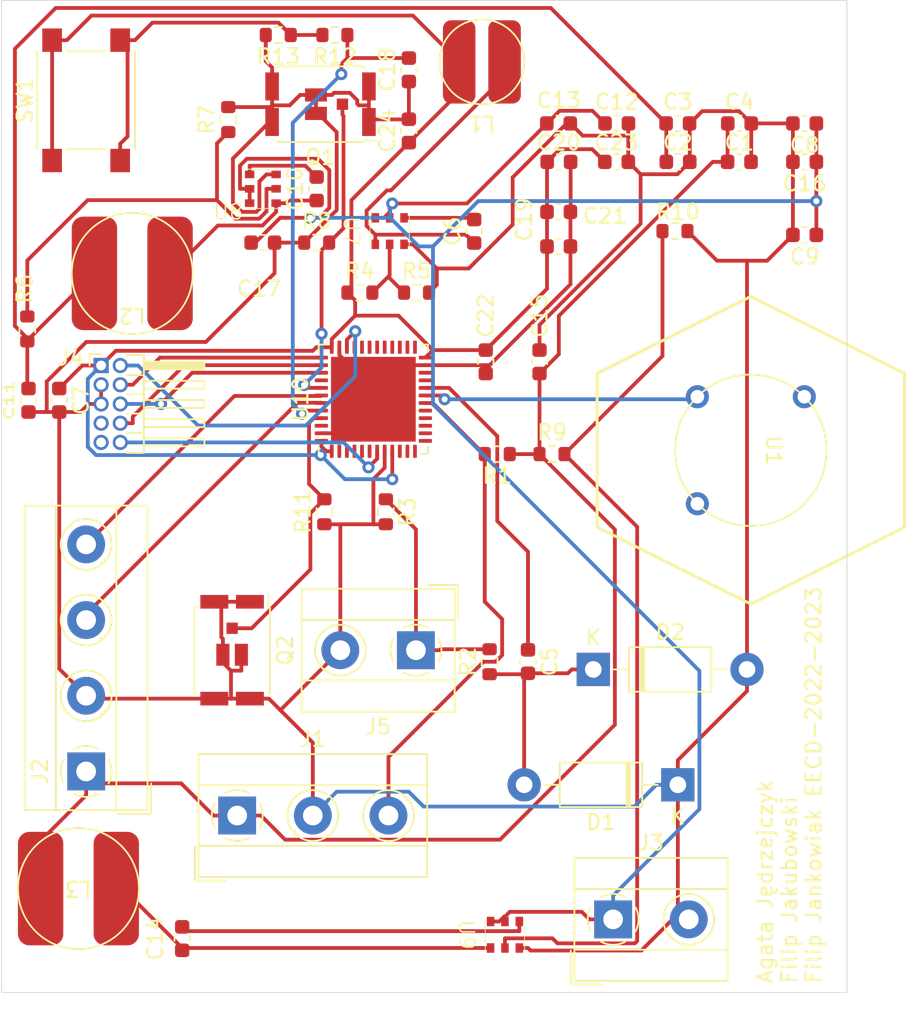
<source format=kicad_pcb>
(kicad_pcb (version 20211014) (generator pcbnew)
  (layers (0 "F.Cu" signal) (31 "B.Cu" signal) (34 "B.Paste" user) (35 "F.Paste" user) (36 "B.SilkS" user "B.Silkscreen") (37 "F.SilkS" user "F.Silkscreen") (38 "B.Mask" user) (39 "F.Mask" user) (44 "Edge.Cuts" user))
  (net 0 "")
  (net 1 "GND12V")
  (net 2 "Net-(C5-Pad2)")
  (net 3 "+5V")
  (net 4 "temper")
  (net 5 "I2C_1_SDA")
  (net 6 "I2C_1_CLK")
  (net 7 "+BATT")
  (net 8 "+3.3V")
  (net 9 "SWDIO")
  (net 10 "SWDLK")
  (net 11 "TDO")
  (net 13 "TDI")
  (net 15 "RST")
  (net 16 "Net-(C6-Pad1)")
  (net 17 "Net-(C10-Pad1)")
  (net 18 "+12V")
  (net 19 "Net-(C14-Pad1)")
  (net 20 "peri_power_1")
  (net 21 "peri_power_2")
  (net 22 "Net-(C6-Pad2)")
  (net 23 "Net-(R4-Pad2)")
  (net 24 "Net-(C10-Pad2)")
  (net 25 "Net-(R6-Pad2)")
  (net 26 "Net-(C14-Pad2)")
  (net 27 "Net-(R10-Pad1)")
  (net 41 "pres")
  (net 42 "acoustic")
  (net 45 "3.3V_GND")
  (net 55 "ch4_B")
  (net 56 "Net-(C18-Pad2)")
  (net 57 "ch4_A")
  (net 58 "Net-(BZ1-Pad1)")
  (net 59 "Net-(R12-Pad2)")
  (net 60 "Net-(U1-Pad1)")
  (net 61 "Net-(U1-Pad3)")
  (footprint "TerminalBlock_MetzConnect:TerminalBlock_MetzConnect_Type055_RT01502HDWU_1x02_P5.00mm_Horizontal" (layer "F.Cu") (at 131.866 145.034)
    (fp_text reference "J3")
    (fp_text value "Screw_Terminal_01x02")
  )
  (footprint "Capacitor_SMD:C_0603_1608Metric" (layer "F.Cu") (at 95.25 110.744 -90)
    (fp_text reference "C7")
    (fp_text value "10uF")
  )
  (footprint "Diode_THT:D_DO-41_SOD81_P10.16mm_Horizontal" (layer "F.Cu") (at 136.144 136.144 180)
    (fp_text reference "D1")
    (fp_text value "1N4004")
  )
  (footprint "Capacitor_SMD:C_0603_1608Metric" (layer "F.Cu") (at 128.283 94.996)
    (fp_text reference "C20")
    (fp_text value "100nF")
  )
  (footprint "Capacitor_SMD:C_0603_1608Metric" (layer "F.Cu") (at 127 108.204 90)
    (fp_text reference "C15")
    (fp_text value "10uF 2.2mR")
  )
  (footprint "Capacitor_SMD:C_0603_1608Metric" (layer "F.Cu") (at 108.712 100.33)
    (fp_text reference "C17")
    (fp_text value "100nF")
  )
  (footprint "Connector_PinHeader_1.27mm:PinHeader_2x05_P1.27mm_Horizontal" (layer "F.Cu") (at 98.017 108.448)
    (fp_text reference "J4")
    (fp_text value "Conn_ARM_JTAG_SWD_10")
  )
  (footprint "Capacitor_SMD:C_0603_1608Metric" (layer "F.Cu") (at 132.093 94.996)
    (fp_text reference "C23")
    (fp_text value "100nF")
  )
  (footprint "Resistor_SMD:R_0603_1608Metric" (layer "F.Cu") (at 118.872 103.632)
    (fp_text reference "R5")
    (fp_text value "22kR")
  )
  (footprint "Resistor_SMD:R_0603_1608Metric" (layer "F.Cu") (at 124.206 114.3 180)
    (fp_text reference "R1")
    (fp_text value "4.7KR")
  )
  (footprint "m12:m12con" (layer "F.Cu") (at 140.97 114.046 -90)
    (fp_text reference "U1")
    (fp_text value "4002B")
  )
  (footprint "Resistor_SMD:R_0603_1608Metric" (layer "F.Cu") (at 135.953 99.568)
    (fp_text reference "R10")
    (fp_text value "22kR")
  )
  (footprint "Resistor_SMD:R_0603_1608Metric" (layer "F.Cu") (at 112.776 118.11 90)
    (fp_text reference "R11")
    (fp_text value "10kR")
  )
  (footprint "Resistor_SMD:R_0603_1608Metric" (layer "F.Cu") (at 109.728 86.614 180)
    (fp_text reference "R13")
    (fp_text value "500kR")
  )
  (footprint "Capacitor_SMD:C_0603_1608Metric" (layer "F.Cu") (at 118.364 88.913 90)
    (fp_text reference "C18")
    (fp_text value "100nF")
  )
  (footprint "Capacitor_SMD:C_0603_1608Metric" (layer "F.Cu") (at 144.526 99.822 180)
    (fp_text reference "C9")
    (fp_text value "100nF")
  )
  (footprint "inductor:NPI75C150MTRF" (layer "F.Cu") (at 100.076 102.362 180)
    (fp_text reference "L2")
    (fp_text value "15uH 90mR 1.6A")
  )
  (footprint "Capacitor_SMD:C_0603_1608Metric" (layer "F.Cu") (at 140.221 92.456)
    (fp_text reference "C4")
    (fp_text value "100nF")
  )
  (footprint "Capacitor_SMD:C_0603_1608Metric" (layer "F.Cu") (at 136.157 94.996)
    (fp_text reference "C2")
    (fp_text value "100nF")
  )
  (footprint "Diode_THT:D_DO-41_SOD81_P10.16mm_Horizontal" (layer "F.Cu") (at 130.556 128.524)
    (fp_text reference "D2")
    (fp_text value "1N4004")
  )
  (footprint "Capacitor_SMD:C_0603_1608Metric" (layer "F.Cu") (at 128.257 92.456)
    (fp_text reference "C13")
    (fp_text value "100nF")
  )
  (footprint "Button_Switch_SMD:SW_Push_1P1T_NO_6x6mm_H9.5mm" (layer "F.Cu") (at 97.028 90.932 90)
    (fp_text reference "SW1")
    (fp_text value "SW_Push")
  )
  (footprint "Capacitor_SMD:C_0603_1608Metric" (layer "F.Cu") (at 112.268 96.774 90)
    (fp_text reference "C10")
    (fp_text value "100nF")
  )
  (footprint "Capacitor_SMD:C_0603_1608Metric" (layer "F.Cu") (at 128.27 98.298)
    (fp_text reference "C21")
    (fp_text value "100nF")
  )
  (footprint "Resistor_SMD:R_0603_1608Metric" (layer "F.Cu") (at 127.825 114.3)
    (fp_text reference "R9")
    (fp_text value "115kR")
  )
  (footprint "Capacitor_SMD:C_0603_1608Metric" (layer "F.Cu") (at 122.682 99.581 90)
    (fp_text reference "C6")
    (fp_text value "100nF 1mR")
  )
  (footprint "LMR:lmr" (layer "F.Cu") (at 117.094 99.568 -90)
    (fp_text reference "U7")
    (fp_text value "LMR")
  )
  (footprint "inductor:NPI54C120MTRF" (layer "F.Cu") (at 123.19 88.392 180)
    (fp_text reference "L1")
    (fp_text value "12uH 100mR 1.6A")
  )
  (footprint "Resistor_SMD:R_0603_1608Metric" (layer "F.Cu") (at 93.14 106.032 90)
    (fp_text reference "R6")
    (fp_text value "309kR")
  )
  (footprint "LMR:lmr" (layer "F.Cu") (at 124.714 146.05 -90)
    (fp_text reference "U9")
    (fp_text value "LMR54406DBVR")
  )
  (footprint "Resistor_SMD:R_0603_1608Metric" (layer "F.Cu") (at 106.426 92.202 90)
    (fp_text reference "R7")
    (fp_text value "22kR")
  )
  (footprint "Capacitor_SMD:C_0603_1608Metric" (layer "F.Cu") (at 140.208 94.996)
    (fp_text reference "C1")
    (fp_text value "100nF")
  )
  (footprint "Package_DFN_QFN:QFN-48-1EP_7x7mm_P0.5mm_EP5.6x5.6mm" (layer "F.Cu") (at 116.016 110.676 90)
    (fp_text reference "U10")
    (fp_text value "STM32F103CBUx")
  )
  (footprint "TerminalBlock_MetzConnect:TerminalBlock_MetzConnect_Type055_RT01503HDWU_1x03_P5.00mm_Horizontal" (layer "F.Cu") (at 107.014 138.176)
    (fp_text reference "J1")
    (fp_text value "Screw_Terminal_01x03")
  )
  (footprint "Capacitor_SMD:C_0603_1608Metric" (layer "F.Cu") (at 136.144 92.456)
    (fp_text reference "C3")
    (fp_text value "100nF")
  )
  (footprint "LMR:lmr" (layer "F.Cu") (at 108.712 96.774)
    (fp_text reference "U8")
    (fp_text value "LMR")
  )
  (footprint "inductor:NPI75C150MTRF" (layer "F.Cu") (at 96.52 143.002 180)
    (fp_text reference "L3")
    (fp_text value "15uH 90mR 1.8A")
  )
  (footprint "Resistor_SMD:R_0603_1608Metric" (layer "F.Cu") (at 113.475 86.614 180)
    (fp_text reference "R12")
    (fp_text value "10kR")
  )
  (footprint "Capacitor_SMD:C_0603_1608Metric" (layer "F.Cu") (at 144.526 94.996 180)
    (fp_text reference "C16")
    (fp_text value "10uF")
  )
  (footprint "Capacitor_SMD:C_0603_1608Metric" (layer "F.Cu") (at 123.444 108.204 -90)
    (fp_text reference "C22")
    (fp_text value "100nF")
  )
  (footprint "Resistor_SMD:R_0603_1608Metric" (layer "F.Cu") (at 123.698 128.016 90)
    (fp_text reference "R2")
    (fp_text value "100R")
  )
  (footprint "Capacitor_SMD:C_0603_1608Metric" (layer "F.Cu") (at 103.378 146.304 90)
    (fp_text reference "C14")
    (fp_text value "100nF 1mR")
  )
  (footprint "Capacitor_SMD:C_0603_1608Metric" (layer "F.Cu") (at 93.218 110.744 -90)
    (fp_text reference "C11")
    (fp_text value "10uF")
  )
  (footprint "Capacitor_SMD:C_0603_1608Metric" (layer "F.Cu") (at 144.526 92.456 180)
    (fp_text reference "C8")
    (fp_text value "10uF")
  )
  (footprint "Capacitor_SMD:C_0603_1608Metric" (layer "F.Cu") (at 118.364 92.951 90)
    (fp_text reference "C24")
    (fp_text value "1uF")
  )
  (footprint "TerminalBlock_MetzConnect:TerminalBlock_MetzConnect_Type055_RT01502HDWU_1x02_P5.00mm_Horizontal" (layer "F.Cu") (at 118.832 127.254 180)
    (fp_text reference "J5")
    (fp_text value "Screw_Terminal_01x02")
  )
  (footprint "Resistor_SMD:R_0603_1608Metric" (layer "F.Cu") (at 116.84 118.11 -90)
    (fp_text reference "R3")
    (fp_text value "470k")
  )
  (footprint "Resistor_SMD:R_0603_1608Metric" (layer "F.Cu") (at 112.268 100.33)
    (fp_text reference "R8")
    (fp_text value "10kR")
  )
  (footprint "Resistor_SMD:R_0603_1608Metric" (layer "F.Cu") (at 115.125 103.632)
    (fp_text reference "R4")
    (fp_text value "70kR")
  )
  (footprint "Capacitor_SMD:C_0603_1608Metric" (layer "F.Cu") (at 126.238 128.003 -90)
    (fp_text reference "C5")
    (fp_text value "0.1uF")
  )
  (footprint "Capacitor_SMD:C_0603_1608Metric" (layer "F.Cu") (at 128.27 100.584)
    (fp_text reference "C19")
    (fp_text value "10uF")
  )
  (footprint "Package_DirectFET:DirectFET_MX" (layer "F.Cu") (at 112.522 91.186 180)
    (fp_text reference "Q1")
    (fp_text value "IRF6616")
  )
  (footprint "TerminalBlock_MetzConnect:TerminalBlock_MetzConnect_Type055_RT01504HDWU_1x04_P5.00mm_Horizontal" (layer "F.Cu") (at 97.028 135.262 90)
    (fp_text reference "J2")
    (fp_text value "Screw_Terminal_01x04")
  )
  (footprint "Package_DirectFET:DirectFET_MX" (layer "F.Cu") (at 106.68 127.254 -90)
    (fp_text reference "Q2")
    (fp_text value "IRF6616")
  )
  (footprint "Capacitor_SMD:C_0603_1608Metric" (layer "F.Cu") (at 132.106 92.456)
    (fp_text reference "C12")
    (fp_text value "10uF")
  )
  (gr_rect (start 147.32 149.86) (end 91.44 84.328) (layer "Edge.Cuts") (width 0.05) (fill none))
  (gr_text "Agata Jędrzejczyk\nFilip Jakubowski\nFilip Jankowiak EECD-2022-2023" (at 143.51 149.352 90) (layer "F.SilkS") (effects (font (size 1 1)) (justify left)))
  (segment (start 109.587 95.824) (end 108.9492 95.824) (width 0.25) (layer "F.Cu") (net 1))
  (segment (start 94.4245 111.519) (end 94.4245 109.5043) (width 0.25) (layer "F.Cu") (net 1))
  (segment (start 140.996 92.456) (end 140.996 94.983) (width 0.25) (layer "F.Cu") (net 1))
  (segment (start 140.716 128.524) (end 140.716 129.9493) (width 0.25) (layer "F.Cu") (net 1))
  (segment (start 97.0368 106.892) (end 104.944 106.892) (width 0.25) (layer "F.Cu") (net 1))
  (segment (start 106.0549 130.454) (end 106.6047 130.454) (width 0.25) (layer "F.Cu") (net 1))
  (segment (start 110.4864 91.2613) (end 109.322 91.2613) (width 0.25) (layer "F.Cu") (net 1))
  (segment (start 136.144 144.6806) (end 136.144 137.5693) (width 0.25) (layer "F.Cu") (net 1))
  (segment (start 97.1917 110.988) (end 96.6607 111.519) (width 0.25) (layer "F.Cu") (net 1))
  (segment (start 128.7907 92.456) (end 125.224 96.0227) (width 0.25) (layer "F.Cu") (net 1))
  (segment (start 115.722 91.2613) (end 115.722 92.1905) (width 0.25) (layer "F.Cu") (net 1))
  (segment (start 136.932 94.996) (end 136.932 92.469) (width 0.25) (layer "F.Cu") (net 1))
  (segment (start 106.426 91.377) (end 109.2063 91.377) (width 0.25) (layer "F.Cu") (net 1))
  (segment (start 107.855 130.454) (end 109.1053 130.454) (width 0.25) (layer "F.Cu") (net 1))
  (segment (start 119.697 103.632) (end 120.2127 103.1163) (width 0.25) (layer "F.Cu") (net 1))
  (segment (start 107.29 127.554) (end 107.29 128.6043) (width 0.25) (layer "F.Cu") (net 1))
  (segment (start 111.443 100.33) (end 113.5923 98.1807) (width 0.25) (layer "F.Cu") (net 1))
  (segment (start 106.0549 130.454) (end 105.505 130.454) (width 0.25) (layer "F.Cu") (net 1))
  (segment (start 112.014 133.3627) (end 109.8687 131.2173) (width 0.25) (layer "F.Cu") (net 1))
  (segment (start 113.5923 98.1807) (end 113.5923 93.035) (width 0.25) (layer "F.Cu") (net 1))
  (segment (start 96.6607 111.519) (end 95.25 111.519) (width 0.25) (layer "F.Cu") (net 1))
  (segment (start 109.8687 131.2173) (end 113.832 127.254) (width 0.25) (layer "F.Cu") (net 1))
  (segment (start 136.866 145.034) (end 136.5126 144.6806) (width 0.25) (layer "F.Cu") (net 1))
  (segment (start 125.224 96.0227) (end 125.224 99.1363) (width 0.25) (layer "F.Cu") (net 1))
  (segment (start 133.6839 95.8119) (end 133.6839 99.0806) (width 0.25) (layer "F.Cu") (net 1))
  (segment (start 108.483 96.2902) (end 108.9492 95.824) (width 0.25) (layer "F.Cu") (net 1))
  (segment (start 133.6839 99.0806) (end 127 105.7645) (width 0.25) (layer "F.Cu") (net 1))
  (segment (start 105.9625 126.3962) (end 106.07 126.5037) (width 0.25) (layer "F.Cu") (net 1))
  (segment (start 107.3299 98.2993) (end 108.2843 98.2993) (width 0.25) (layer "F.Cu") (net 1))
  (segment (start 97.028 130.262) (end 95.25 128.484) (width 0.25) (layer "F.Cu") (net 1))
  (segment (start 113.832 118.935) (end 113.832 127.254) (width 0.25) (layer "F.Cu") (net 1))
  (segment (start 118.3495 92.1905) (end 118.364 92.176) (width 0.25) (layer "F.Cu") (net 1))
  (segment (start 115.0513 91.2613) (end 115.722 91.2613) (width 0.25) (layer "F.Cu") (net 1))
  (segment (start 112.222 91.6647) (end 112.222 90.576) (width 0.25) (layer "F.Cu") (net 1))
  (segment (start 106.07 127.554) (end 106.07 126.5037) (width 0.25) (layer "F.Cu") (net 1))
  (segment (start 126.4082 147.0939) (end 126.2393 146.925) (width 0.25) (layer "F.Cu") (net 1))
  (segment (start 116.766 115.1985) (end 116.766 114.1135) (width 0.25) (layer "F.Cu") (net 1))
  (segment (start 105.9625 124.054) (end 105.9625 126.3962) (width 0.25) (layer "F.Cu") (net 1))
  (segment (start 116.0181 115.9464) (end 116.766 115.1985) (width 0.25) (layer "F.Cu") (net 1))
  (segment (start 109.487 102.349) (end 109.487 100.33) (width 0.25) (layer "F.Cu") (net 1))
  (segment (start 136.932 92.469) (end 136.919 92.456) (width 0.25) (layer "F.Cu") (net 1))
  (segment (start 106.07 127.554) (end 106.07 128.0791) (width 0.25) (layer "F.Cu") (net 1))
  (segment (start 125.224 99.1363) (end 122.3239 102.0364) (width 0.25) (layer "F.Cu") (net 1))
  (segment (start 112.776 118.935) (end 113.832 118.935) (width 0.25) (layer "F.Cu") (net 1))
  (segment (start 127 105.7645) (end 127 107.429) (width 0.25) (layer "F.Cu") (net 1))
  (segment (start 107.855 124.054) (end 105.9625 124.054) (width 0.25) (layer "F.Cu") (net 1))
  (segment (start 109.322 88.7607) (end 108.903 88.3417) (width 0.25) (layer "F.Cu") (net 1))
  (segment (start 98.017 110.988) (end 97.1917 110.988) (width 0.25) (layer "F.Cu") (net 1))
  (segment (start 106.5952 128.6043) (end 106.6047 128.6043) (width 0.25) (layer "F.Cu") (net 1))
  (segment (start 129.045 92.456) (end 129.8522 93.2632) (width 0.25) (layer "F.Cu") (net 1))
  (segment (start 132.868 93.2632) (end 132.868 94.996) (width 0.25) (layer "F.Cu") (net 1))
  (segment (start 136.932 92.469) (end 137.7555 91.6455) (width 0.25) (layer "F.Cu") (net 1))
  (segment (start 109.322 91.2613) (end 109.322 91.1107) (width 0.25) (layer "F.Cu") (net 1))
  (segment (start 109.322 90.011) (end 109.322 88.7607) (width 0.25) (layer "F.Cu") (net 1))
  (segment (start 143.751 94.996) (end 143.751 92.456) (width 0.25) (layer "F.Cu") (net 1))
  (segment (start 132.868 94.996) (end 133.6839 95.8119) (width 0.25) (layer "F.Cu") (net 1))
  (segment (start 132.881 92.456) (end 132.868 92.469) (width 0.25) (layer "F.Cu") (net 1))
  (segment (start 114.46 90.4347) (end 114.9467 90.9214) (width 0.25) (layer "F.Cu") (net 1))
  (segment (start 111.1717 90.576) (end 110.4864 91.2613) (width 0.25) (layer "F.Cu") (net 1))
  (segment (start 115.722 92.1905) (end 115.722 92.361) (width 0.25) (layer "F.Cu") (net 1))
  (segment (start 136.144 136.144) (end 136.144 137.5693) (width 0.25) (layer "F.Cu") (net 1))
  (segment (start 115.722 90.011) (end 115.722 91.2613) (width 0.25) (layer "F.Cu") (net 1))
  (segment (start 104.944 106.892) (end 109.487 102.349) (width 0.25) (layer "F.Cu") (net 1))
  (segment (start 142.0458 101.5272) (end 140.716 101.5272) (width 0.25) (layer "F.Cu") (net 1))
  (segment (start 105.9625 124.054) (end 105.505 124.054) (width 0.25) (layer "F.Cu") (net 1))
  (segment (start 106.07 128.0791) (end 106.5952 128.6043) (width 0.25) (layer "F.Cu") (net 1))
  (segment (start 106.7318 94.7762) (end 106.7318 97.7012) (width 0.25) (layer "F.Cu") (net 1))
  (segment (start 109.322 90.011) (end 109.322 91.1107) (width 0.25) (layer "F.Cu") (net 1))
  (segment (start 120.2127 103.1163) (end 120.2127 102.0364) (width 0.25) (layer "F.Cu") (net 1))
  (segment (start 136.5126 144.6806) (end 136.144 144.6806) (width 0.25) (layer "F.Cu") (net 1))
  (segment (start 140.716 129.9493) (end 136.144 134.5213) (width 0.25) (layer "F.Cu") (net 1))
  (segment (start 140.1855 91.6455) (end 140.996 92.456) (width 0.25) (layer "F.Cu") (net 1))
  (segment (start 109.322 92.186) (end 109.322 91.2613) (width 0.25) (layer "F.Cu") (net 1))
  (segment (start 140.996 94.983) (end 140.983 94.996) (width 0.25) (layer "F.Cu") (net 1))
  (segment (start 109.322 92.186) (end 106.7318 94.7762) (width 0.25) (layer "F.Cu") (net 1))
  (segment (start 112.222 91.796) (end 112.3533 91.796) (width 0.25) (layer "F.Cu") (net 1))
  (segment (start 107.855 130.454) (end 106.6047 130.454) (width 0.25) (layer "F.Cu") (net 1))
  (segment (start 109.322 92.361) (end 109.322 92.186) (width 0.25) (layer "F.Cu") (net 1))
  (segment (start 133.6839 95.8119) (end 136.1161 95.8119) (width 0.25) (layer "F.Cu") (net 1))
  (segment (start 116.0181 118.935) (end 116.0181 115.9464) (width 0.25) (layer "F.Cu") (net 1))
  (segment (start 114.9467 91.1567) (end 115.0513 91.2613) (width 0.25) (layer "F.Cu") (net 1))
  (segment (start 108.2843 98.2993) (end 108.483 98.1006) (width 0.25) (layer "F.Cu") (net 1))
  (segment (start 108.903 88.3417) (end 108.903 86.614) (width 0.25) (layer "F.Cu") (net 1))
  (segment (start 118.044 100.443) (end 118.6193 100.443) (width 0.25) (layer "F.Cu") (net 1))
  (segment (start 106.7318 97.7012) (end 107.3299 98.2993) (width 0.25) (layer "F.Cu") (net 1))
  (segment (start 106.6047 128.6043) (end 106.6047 130.454) (width 0.25) (layer "F.Cu") (net 1))
  (segment (start 98.017 110.988) (end 98.017 109.718) (width 0.25) (layer "F.Cu") (net 1))
  (segment (start 97.22 130.454) (end 97.028 130.262) (width 0.25) (layer "F.Cu") (net 1))
  (segment (start 105.505 130.454) (end 97.22 130.454) (width 0.25) (layer "F.Cu") (net 1))
  (segment (start 125.664 146.925) (end 126.2393 146.925) (width 0.25) (layer "F.Cu") (net 1))
  (segment (start 143.751 92.456) (end 140.996 92.456) (width 0.25) (layer "F.Cu") (net 1))
  (segment (start 120.2127 102.0364) (end 118.6193 100.443) (width 0.25) (layer "F.Cu") (net 1))
  (segment (start 106.6047 128.6043) (end 107.29 128.6043) (width 0.25) (layer "F.Cu") (net 1))
  (segment (start 143.751 99.822) (end 142.0458 101.5272) (width 0.25) (layer "F.Cu") (net 1))
  (segment (start 108.483 98.1006) (end 108.483 96.2902) (width 0.25) (layer "F.Cu") (net 1))
  (segment (start 112.222 90.576) (end 113.2723 90.576) (width 0.25) (layer "F.Cu") (net 1))
  (segment (start 143.751 99.822) (end 143.751 94.996) (width 0.25) (layer "F.Cu") (net 1))
  (segment (start 114.9467 90.9214) (end 114.9467 91.1567) (width 0.25) (layer "F.Cu") (net 1))
  (segment (start 113.2723 90.576) (end 113.4136 90.4347) (width 0.25) (layer "F.Cu") (net 1))
  (segment (start 132.868 92.469) (end 132.868 93.2632) (width 0.25) (layer "F.Cu") (net 1))
  (segment (start 118.364 89.688) (end 118.364 92.176) (width 0.25) (layer "F.Cu") (net 1))
  (segment (start 113.4136 90.4347) (end 114.46 90.4347) (width 0.25) (layer "F.Cu") (net 1))
  (segment (start 109.8687 131.2173) (end 109.1053 130.454) (width 0.25) (layer "F.Cu") (net 1))
  (segment (start 113.5923 93.035) (end 112.3533 91.796) (width 0.25) (layer "F.Cu") (net 1))
  (segment (start 122.3239 102.0364) (end 120.2127 102.0364) (width 0.25) (layer "F.Cu") (net 1))
  (segment (start 112.014 138.176) (end 112.014 133.3627) (width 0.25) (layer "F.Cu") (net 1))
  (segment (start 129.8522 93.2632) (end 132.868 93.2632) (width 0.25) (layer "F.Cu") (net 1))
  (segment (start 109.2063 91.377) (end 109.322 91.2613) (width 0.25) (layer "F.Cu") (net 1))
  (segment (start 113.832 118.935) (end 116.0181 118.935) (width 0.25) (layer "F.Cu") (net 1))
  (segment (start 115.722 92.1905) (end 118.3495 92.1905) (width 0.25) (layer "F.Cu") (net 1))
  (segment (start 137.7555 91.6455) (end 140.1855 91.6455) (width 0.25) (layer "F.Cu") (net 1))
  (segment (start 136.144 144.6806) (end 133.7307 147.0939) (width 0.25) (layer "F.Cu") (net 1))
  (segment (start 129.045 92.456) (end 128.7907 92.456) (width 0.25) (layer "F.Cu") (net 1))
  (segment (start 95.25 111.519) (end 94.4245 111.519) (width 0.25) (layer "F.Cu") (net 1))
  (segment (start 112.222 90.576) (end 111.1717 90.576) (width 0.25) (layer "F.Cu") (net 1))
  (segment (start 138.7372 101.5272) (end 136.778 99.568) (width 0.25) (layer "F.Cu") (net 1))
  (segment (start 136.144 134.5213) (end 136.144 136.144) (width 0.25) (layer "F.Cu") (net 1))
  (segment (start 109.487 100.33) (end 111.443 100.33) (width 0.25) (layer "F.Cu") (net 1))
  (segment (start 94.4245 111.519) (end 93.218 111.519) (width 0.25) (layer "F.Cu") (net 1))
  (segment (start 136.1161 95.8119) (end 136.932 94.996) (width 0.25) (layer "F.Cu") (net 1))
  (segment (start 94.4245 109.5043) (end 97.0368 106.892) (width 0.25) (layer "F.Cu") (net 1))
  (segment (start 140.716 101.5272) (end 138.7372 101.5272) (width 0.25) (layer "F.Cu") (net 1))
  (segment (start 116.0181 118.935) (end 116.84 118.935) (width 0.25) (layer "F.Cu") (net 1))
  (segment (start 112.3533 91.796) (end 112.222 91.6647) (width 0.25) (layer "F.Cu") (net 1))
  (segment (start 140.716 101.5272) (end 140.716 128.524) (width 0.25) (layer "F.Cu") (net 1))
  (segment (start 95.25 128.484) (end 95.25 111.519) (width 0.25) (layer "F.Cu") (net 1))
  (segment (start 133.7307 147.0939) (end 126.4082 147.0939) (width 0.25) (layer "F.Cu") (net 1))
  (segment (start 134.7187 136.144) (end 133.282 137.5807) (width 0.25) (layer "B.Cu") (net 1))
  (segment (start 119.3353 137.5807) (end 118.3551 136.6005) (width 0.25) (layer "B.Cu") (net 1))
  (segment (start 113.5895 136.6005) (end 112.014 138.176) (width 0.25) (layer "B.Cu") (net 1))
  (segment (start 136.144 136.144) (end 134.7187 136.144) (width 0.25) (layer "B.Cu") (net 1))
  (segment (start 133.282 137.5807) (end 119.3353 137.5807) (width 0.25) (layer "B.Cu") (net 1))
  (segment (start 118.3551 136.6005) (end 113.5895 136.6005) (width 0.25) (layer "B.Cu") (net 1))
  (segment (start 125.984 136.144) (end 125.984 134.7187) (width 0.25) (layer "F.Cu") (net 2))
  (segment (start 130.556 128.524) (end 129.1307 128.524) (width 0.25) (layer "F.Cu") (net 2))
  (segment (start 126.175 128.841) (end 125.984 128.841) (width 0.25) (layer "F.Cu") (net 2))
  (segment (start 128.8767 128.778) (end 129.1307 128.524) (width 0.25) (layer "F.Cu") (net 2))
  (segment (start 126.238 128.778) (end 126.175 128.841) (width 0.25) (layer "F.Cu") (net 2))
  (segment (start 125.984 128.841) (end 125.984 134.7187) (width 0.25) (layer "F.Cu") (net 2))
  (segment (start 125.984 128.841) (end 123.698 128.841) (width 0.25) (layer "F.Cu") (net 2))
  (segment (start 126.238 128.778) (end 128.8767 128.778) (width 0.25) (layer "F.Cu") (net 2))
  (segment (start 110.1848 139.7715) (end 124.3867 139.7715) (width 0.25) (layer "F.Cu") (net 3))
  (segment (start 97.028 136.0496) (end 103.3123 136.0496) (width 0.25) (layer "F.Cu") (net 3))
  (segment (start 97.028 136.0496) (end 97.028 136.8373) (width 0.25) (layer "F.Cu") (net 3))
  (segment (start 107.014 138.176) (end 105.4387 138.176) (width 0.25) (layer "F.Cu") (net 3))
  (segment (start 107.014 138.176) (end 108.5893 138.176) (width 0.25) (layer "F.Cu") (net 3))
  (segment (start 138.4521 94.996) (end 139.433 94.996) (width 0.25) (layer "F.Cu") (net 3))
  (segment (start 128.2766 105.1715) (end 138.4521 94.996) (width 0.25) (layer "F.Cu") (net 3))
  (segment (start 131.9814 132.1768) (end 131.9814 119.2814) (width 0.25) (layer "F.Cu") (net 3))
  (segment (start 127 108.979) (end 127 114.3) (width 0.25) (layer "F.Cu") (net 3))
  (segment (start 139.433 92.469) (end 139.446 92.456) (width 0.25) (layer "F.Cu") (net 3))
  (segment (start 124.3867 139.7715) (end 131.9814 132.1768) (width 0.25) (layer "F.Cu") (net 3))
  (segment (start 125.031 114.3) (end 127 114.3) (width 0.25) (layer "F.Cu") (net 3))
  (segment (start 94.02 139.8453) (end 94.02 143.002) (width 0.25) (layer "F.Cu") (net 3))
  (segment (start 97.028 135.262) (end 97.028 136.0496) (width 0.25) (layer "F.Cu") (net 3))
  (segment (start 108.5893 138.176) (end 110.1848 139.7715) (width 0.25) (layer "F.Cu") (net 3))
  (segment (start 97.028 136.8373) (end 94.02 139.8453) (width 0.25) (layer "F.Cu") (net 3))
  (segment (start 131.9814 119.2814) (end 127 114.3) (width 0.25) (layer "F.Cu") (net 3))
  (segment (start 128.2766 107.7024) (end 128.2766 105.1715) (width 0.25) (layer "F.Cu") (net 3))
  (segment (start 139.433 94.996) (end 139.433 92.469) (width 0.25) (layer "F.Cu") (net 3))
  (segment (start 103.3123 136.0496) (end 105.4387 138.176) (width 0.25) (layer "F.Cu") (net 3))
  (segment (start 127 108.979) (end 128.2766 107.7024) (width 0.25) (layer "F.Cu") (net 3))
  (segment (start 123.381 124.0524) (end 123.381 114.3) (width 0.25) (layer "F.Cu") (net 4))
  (segment (start 119.948 110.926) (end 123.322 114.3) (width 0.25) (layer "F.Cu") (net 4))
  (segment (start 123.3008 128.016) (end 124.0982 128.016) (width 0.25) (layer "F.Cu") (net 4))
  (segment (start 123.322 114.3) (end 123.381 114.3) (width 0.25) (layer "F.Cu") (net 4))
  (segment (start 119.4535 110.926) (end 119.948 110.926) (width 0.25) (layer "F.Cu") (net 4))
  (segment (start 117.014 134.3028) (end 123.3008 128.016) (width 0.25) (layer "F.Cu") (net 4))
  (segment (start 124.5295 127.5847) (end 124.5295 125.2009) (width 0.25) (layer "F.Cu") (net 4))
  (segment (start 124.5295 125.2009) (end 123.381 124.0524) (width 0.25) (layer "F.Cu") (net 4))
  (segment (start 124.0982 128.016) (end 124.5295 127.5847) (width 0.25) (layer "F.Cu") (net 4))
  (segment (start 117.014 138.176) (end 117.014 134.3028) (width 0.25) (layer "F.Cu") (net 4))
  (segment (start 112.5631 110.9106) (end 110.9964 110.9106) (width 0.25) (layer "F.Cu") (net 5))
  (segment (start 112.5785 110.926) (end 112.5631 110.9106) (width 0.25) (layer "F.Cu") (net 5))
  (segment (start 97.028 124.879) (end 97.028 125.262) (width 0.25) (layer "F.Cu") (net 5))
  (segment (start 110.9964 110.9106) (end 97.028 124.879) (width 0.25) (layer "F.Cu") (net 5))
  (segment (start 106.8298 110.4602) (end 112.5443 110.4602) (width 0.25) (layer "F.Cu") (net 6))
  (segment (start 97.028 120.262) (end 106.8298 110.4602) (width 0.25) (layer "F.Cu") (net 6))
  (segment (start 112.5443 110.4602) (end 112.5785 110.426) (width 0.25) (layer "F.Cu") (net 6))
  (segment (start 123.764 145.175) (end 124.3393 145.175) (width 0.25) (layer "F.Cu") (net 7))
  (segment (start 109.8514 98.6914) (end 108.2128 100.33) (width 0.25) (layer "F.Cu") (net 7))
  (segment (start 125.033 144.5371) (end 124.714 144.8561) (width 0.25) (layer "F.Cu") (net 7))
  (segment (start 112.3487 94.7898) (end 113.1035 95.5446) (width 0.25) (layer "F.Cu") (net 7))
  (segment (start 117.0382 98.3741) (end 116.7193 98.693) (width 0.25) (layer "F.Cu") (net 7))
  (segment (start 117.2633 97.7466) (end 122.2044 97.7466) (width 0.25) (layer "F.Cu") (net 7))
  (segment (start 113.1035 98.0326) (end 112.4447 98.6914) (width 0.25) (layer "F.Cu") (net 7))
  (segment (start 117.094 98.693) (end 117.094 98.3741) (width 0.25) (layer "F.Cu") (net 7))
  (segment (start 124.714 145.175) (end 124.714 144.8561) (width 0.25) (layer "F.Cu") (net 7))
  (segment (start 124.714 144.8561) (end 124.6582 144.8561) (width 0.25) (layer "F.Cu") (net 7))
  (segment (start 108.2128 100.33) (end 107.937 100.33) (width 0.25) (layer "F.Cu") (net 7))
  (segment (start 117.2633 97.8859) (end 117.2633 97.7466) (width 0.25) (layer "F.Cu") (net 7))
  (segment (start 107.837 97.724) (end 107.837 96.774) (width 0.25) (layer "F.Cu") (net 7))
  (segment (start 107.1992 96.774) (end 107.1992 95.2438) (width 0.25) (layer "F.Cu") (net 7))
  (segment (start 117.094 98.3741) (end 117.0382 98.3741) (width 0.25) (layer "F.Cu") (net 7))
  (segment (start 145.301 97.5868) (end 145.301 99.822) (width 0.25) (layer "F.Cu") (net 7))
  (segment (start 129.7938 144.5371) (end 125.033 144.5371) (width 0.25) (layer "F.Cu") (net 7))
  (segment (start 117.094 98.3741) (end 117.094 98.0552) (width 0.25) (layer "F.Cu") (net 7))
  (segment (start 145.301 92.456) (end 145.301 94.996) (width 0.25) (layer "F.Cu") (net 7))
  (segment (start 130.4968 91.6218) (end 128.3292 91.6218) (width 0.25) (layer "F.Cu") (net 7))
  (segment (start 130.2907 145.034) (end 129.7938 144.5371) (width 0.25) (layer "F.Cu") (net 7))
  (segment (start 112.4447 98.6914) (end 111.8315 98.6914) (width 0.25) (layer "F.Cu") (net 7))
  (segment (start 107.6532 94.7898) (end 112.3487 94.7898) (width 0.25) (layer "F.Cu") (net 7))
  (segment (start 113.1035 95.5446) (end 113.1035 98.0326) (width 0.25) (layer "F.Cu") (net 7))
  (segment (start 107.837 96.774) (end 107.1992 96.774) (width 0.25) (layer "F.Cu") (net 7))
  (segment (start 131.866 145.034) (end 130.2907 145.034) (width 0.25) (layer "F.Cu") (net 7))
  (segment (start 116.144 98.693) (end 116.7193 98.693) (width 0.25) (layer "F.Cu") (net 7))
  (segment (start 124.6582 144.8561) (end 124.3393 145.175) (width 0.25) (layer "F.Cu") (net 7))
  (segment (start 117.094 98.0552) (end 117.2633 97.8859) (width 0.25) (layer "F.Cu") (net 7))
  (segment (start 145.301 94.996) (end 145.301 97.5868) (width 0.25) (layer "F.Cu") (net 7))
  (segment (start 111.8315 98.6914) (end 109.8514 98.6914) (width 0.25) (layer "F.Cu") (net 7))
  (segment (start 107.1992 95.2438) (end 107.6532 94.7898) (width 0.25) (layer "F.Cu") (net 7))
  (segment (start 128.3292 91.6218) (end 127.495 92.456) (width 0.25) (layer "F.Cu") (net 7))
  (segment (start 122.2044 97.7466) (end 127.495 92.456) (width 0.25) (layer "F.Cu") (net 7))
  (segment (start 131.331 92.456) (end 130.4968 91.6218) (width 0.25) (layer "F.Cu") (net 7))
  (via (at 111.8315 98.6914) (size 0.8) (drill 0.4) (layers "F.Cu" "B.Cu") (net 7))
  (via (at 145.301 97.5868) (size 0.8) (drill 0.4) (layers "F.Cu" "B.Cu") (net 7))
  (via (at 117.2633 97.7466) (size 0.8) (drill 0.4) (layers "F.Cu" "B.Cu") (net 7))
  (segment (start 145.301 97.5868) (end 122.9481 97.5868) (width 0.25) (layer "B.Cu") (net 7))
  (segment (start 117.1241 98.6914) (end 119.0114 100.5787) (width 0.25) (layer "B.Cu") (net 7))
  (segment (start 119.9562 111.0068) (end 137.5694 128.62) (width 0.25) (layer "B.Cu") (net 7))
  (segment (start 137.5694 137.7553) (end 131.866 143.4587) (width 0.25) (layer "B.Cu") (net 7))
  (segment (start 131.866 145.034) (end 131.866 143.4587) (width 0.25) (layer "B.Cu") (net 7))
  (segment (start 122.9481 97.5868) (end 119.9562 100.5787) (width 0.25) (layer "B.Cu") (net 7))
  (segment (start 117.1241 98.6914) (end 117.1241 97.8858) (width 0.25) (layer "B.Cu") (net 7))
  (segment (start 119.9562 100.5787) (end 119.9562 111.0068) (width 0.25) (layer "B.Cu") (net 7))
  (segment (start 117.1241 98.6914) (end 111.8315 98.6914) (width 0.25) (layer "B.Cu") (net 7))
  (segment (start 117.1241 97.8858) (end 117.2633 97.7466) (width 0.25) (layer "B.Cu") (net 7))
  (segment (start 137.5694 128.62) (end 137.5694 137.7553) (width 0.25) (layer "B.Cu") (net 7))
  (segment (start 119.0114 100.5787) (end 119.9562 100.5787) (width 0.25) (layer "B.Cu") (net 7))
  (segment (start 121.69 88.392) (end 121.69 90.4) (width 0.25) (layer "F.Cu") (net 8))
  (segment (start 127.495 100.584) (end 127.495 103.378) (width 0.25) (layer "F.Cu") (net 8))
  (segment (start 98.9894 107.4756) (end 112.0158 107.4756) (width 0.25) (layer "F.Cu") (net 8))
  (segment (start 121.69 88.392) (end 118.6305 85.3325) (width 0.25) (layer "F.Cu") (net 8))
  (segment (start 114.8122 104.1442) (end 114.3 103.632) (width 0.25) (layer "F.Cu") (net 8))
  (segment (start 112.2529 107.2385) (end 113.266 107.2385) (width 0.25) (layer "F.Cu") (net 8))
  (segment (start 112.534 114.3629) (end 112.8411 114.0558) (width 0.25) (layer "F.Cu") (net 8))
  (segment (start 98.017 108.448) (end 98.9894 107.4756) (width 0.25) (layer "F.Cu") (net 8))
  (segment (start 127.495 95.009) (end 127.508 94.996) (width 0.25) (layer "F.Cu") (net 8))
  (segment (start 131.318 94.996) (end 130.4801 94.1581) (width 0.25) (layer "F.Cu") (net 8))
  (segment (start 123.444 107.429) (end 119.9505 107.429) (width 0.25) (layer "F.Cu") (net 8))
  (segment (start 114.5638 103.3682) (end 114.3 103.632) (width 0.25) (layer "F.Cu") (net 8))
  (segment (start 97.3778 85.3325) (end 95.7533 86.957) (width 0.25) (layer "F.Cu") (net 8))
  (segment (start 130.4801 94.1581) (end 128.3459 94.1581) (width 0.25) (layer "F.Cu") (net 8))
  (segment (start 114.8122 105.1549) (end 117.6764 105.1549) (width 0.25) (layer "F.Cu") (net 8))
  (segment (start 118.6305 85.3325) (end 97.3778 85.3325) (width 0.25) (layer "F.Cu") (net 8))
  (segment (start 94.778 86.957) (end 94.778 94.907) (width 0.25) (layer "F.Cu") (net 8))
  (segment (start 112.8988 114.1135) (end 113.266 114.1135) (width 0.25) (layer "F.Cu") (net 8))
  (segment (start 113.266 106.7011) (end 114.8122 105.1549) (width 0.25) (layer "F.Cu") (net 8))
  (segment (start 121.69 90.4) (end 118.364 93.726) (width 0.25) (layer "F.Cu") (net 8))
  (segment (start 95.25 109.969) (end 96.771 108.448) (width 0.25) (layer "F.Cu") (net 8))
  (segment (start 96.771 108.448) (end 98.017 108.448) (width 0.25) (layer "F.Cu") (net 8))
  (segment (start 118.364 93.726) (end 114.5638 97.5262) (width 0.25) (layer "F.Cu") (net 8))
  (segment (start 117.6764 105.1549) (end 119.9505 107.429) (width 0.25) (layer "F.Cu") (net 8))
  (segment (start 119.9505 107.429) (end 119.4535 107.926) (width 0.25) (layer "F.Cu") (net 8))
  (segment (start 112.0158 107.4756) (end 112.2529 107.2385) (width 0.25) (layer "F.Cu") (net 8))
  (segment (start 128.3459 94.1581) (end 127.508 94.996) (width 0.25) (layer "F.Cu") (net 8))
  (segment (start 113.266 107.2385) (end 113.266 106.7011) (width 0.25) (layer "F.Cu") (net 8))
  (segment (start 112.5785 113.7932) (end 112.8411 114.0558) (width 0.25) (layer "F.Cu") (net 8))
  (segment (start 127.495 103.378) (end 123.444 107.429) (width 0.25) (layer "F.Cu") (net 8))
  (segment (start 112.8411 114.0558) (end 112.8988 114.1135) (width 0.25) (layer "F.Cu") (net 8))
  (segment (start 127.495 98.298) (end 127.495 95.009) (width 0.25) (layer "F.Cu") (net 8))
  (segment (start 117.266 115.9578) (end 117.266 114.1135) (width 0.25) (layer "F.Cu") (net 8))
  (segment (start 94.778 86.957) (end 95.7533 86.957) (width 0.25) (layer "F.Cu") (net 8))
  (segment (start 112.5785 113.426) (end 112.5785 113.7932) (width 0.25) (layer "F.Cu") (net 8))
  (segment (start 127.495 100.584) (end 127.495 98.298) (width 0.25) (layer "F.Cu") (net 8))
  (segment (start 114.5638 97.5262) (end 114.5638 103.3682) (width 0.25) (layer "F.Cu") (net 8))
  (segment (start 114.8122 105.1549) (end 114.8122 104.1442) (width 0.25) (layer "F.Cu") (net 8))
  (via (at 112.534 114.3629) (size 0.8) (drill 0.4) (layers "F.Cu" "B.Cu") (net 8))
  (via (at 117.266 115.9578) (size 0.8) (drill 0.4) (layers "F.Cu" "B.Cu") (net 8))
  (segment (start 112.534 114.3629) (end 114.1289 115.9578) (width 0.25) (layer "B.Cu") (net 8))
  (segment (start 97.6817 114.3629) (end 112.534 114.3629) (width 0.25) (layer "B.Cu") (net 8))
  (segment (start 98.017 108.448) (end 97.1368 109.3282) (width 0.25) (layer "B.Cu") (net 8))
  (segment (start 114.1289 115.9578) (end 117.266 115.9578) (width 0.25) (layer "B.Cu") (net 8))
  (segment (start 97.1368 109.3282) (end 97.1368 113.818) (width 0.25) (layer "B.Cu") (net 8))
  (segment (start 97.1368 113.818) (end 97.6817 114.3629) (width 0.25) (layer "B.Cu") (net 8))
  (segment (start 114.266 107.2385) (end 114.266 106.7376) (width 0.25) (layer "F.Cu") (net 9))
  (segment (start 114.266 106.7376) (end 114.8176 106.186) (width 0.25) (layer "F.Cu") (net 9))
  (via (at 114.8176 106.186) (size 0.8) (drill 0.4) (layers "F.Cu" "B.Cu") (net 9))
  (segment (start 114.8176 109.1501) (end 111.5563 112.4114) (width 0.25) (layer "B.Cu") (net 9))
  (segment (start 100.4635 108.448) (end 100.1123 108.448) (width 0.25) (layer "B.Cu") (net 9))
  (segment (start 99.287 108.448) (end 100.1123 108.448) (width 0.25) (layer "B.Cu") (net 9))
  (segment (start 104.4269 112.4114) (end 100.4635 108.448) (width 0.25) (layer "B.Cu") (net 9))
  (segment (start 111.5563 112.4114) (end 104.4269 112.4114) (width 0.25) (layer "B.Cu") (net 9))
  (segment (start 114.8176 106.186) (end 114.8176 109.1501) (width 0.25) (layer "B.Cu") (net 9))
  (segment (start 112.5785 107.926) (end 101.9043 107.926) (width 0.25) (layer "F.Cu") (net 10))
  (segment (start 99.287 109.718) (end 100.1123 109.718) (width 0.25) (layer "F.Cu") (net 10))
  (segment (start 101.9043 107.926) (end 100.1123 109.718) (width 0.25) (layer "F.Cu") (net 10))
  (segment (start 112.5785 108.926) (end 104.0377 108.926) (width 0.25) (layer "F.Cu") (net 11))
  (segment (start 104.0377 108.926) (end 101.9767 110.987) (width 0.25) (layer "F.Cu") (net 11))
  (via (at 101.9767 110.987) (size 0.8) (drill 0.4) (layers "F.Cu" "B.Cu") (net 11))
  (segment (start 100.1133 110.987) (end 100.1123 110.988) (width 0.25) (layer "B.Cu") (net 11))
  (segment (start 101.9767 110.987) (end 100.1133 110.987) (width 0.25) (layer "B.Cu") (net 11))
  (segment (start 99.287 110.988) (end 100.1123 110.988) (width 0.25) (layer "B.Cu") (net 11))
  (segment (start 112.5785 108.426) (end 103.512 108.426) (width 0.25) (layer "F.Cu") (net 13))
  (segment (start 99.287 112.258) (end 100.1123 112.258) (width 0.25) (layer "F.Cu") (net 13))
  (segment (start 100.1123 111.8257) (end 100.1123 112.258) (width 0.25) (layer "F.Cu") (net 13))
  (segment (start 103.512 108.426) (end 100.1123 111.8257) (width 0.25) (layer "F.Cu") (net 13))
  (segment (start 116.266 114.1135) (end 116.266 114.6051) (width 0.25) (layer "F.Cu") (net 15))
  (segment (start 116.266 114.6051) (end 115.6955 115.1756) (width 0.25) (layer "F.Cu") (net 15))
  (via (at 115.6955 115.1756) (size 0.8) (drill 0.4) (layers "F.Cu" "B.Cu") (net 15))
  (segment (start 100.1123 113.528) (end 114.0479 113.528) (width 0.25) (layer "B.Cu") (net 15))
  (segment (start 114.0479 113.528) (end 115.6955 115.1756) (width 0.25) (layer "B.Cu") (net 15))
  (segment (start 99.287 113.528) (end 100.1123 113.528) (width 0.25) (layer "B.Cu") (net 15))
  (segment (start 122.682 100.356) (end 122.1312 99.8052) (width 0.25) (layer "F.Cu") (net 16))
  (segment (start 122.1312 99.8052) (end 116.144 99.8052) (width 0.25) (layer "F.Cu") (net 16))
  (segment (start 117.1793 96.88) (end 116.9079 96.88) (width 0.25) (layer "F.Cu") (net 16))
  (segment (start 115.5686 99.2298) (end 116.144 99.8052) (width 0.25) (layer "F.Cu") (net 16))
  (segment (start 116.144 100.443) (end 116.144 99.8052) (width 0.25) (layer "F.Cu") (net 16))
  (segment (start 115.5686 98.2193) (end 115.5686 99.2298) (width 0.25) (layer "F.Cu") (net 16))
  (segment (start 124.69 89.3693) (end 117.1793 96.88) (width 0.25) (layer "F.Cu") (net 16))
  (segment (start 124.69 88.392) (end 124.69 89.3693) (width 0.25) (layer "F.Cu") (net 16))
  (segment (start 116.9079 96.88) (end 115.5686 98.2193) (width 0.25) (layer "F.Cu") (net 16))
  (segment (start 109.587 97.724) (end 110.2248 97.724) (width 0.25) (layer "F.Cu") (net 17))
  (segment (start 110.2248 97.724) (end 110.3998 97.549) (width 0.25) (layer "F.Cu") (net 17))
  (segment (start 108.6864 99.1999) (end 109.587 98.2993) (width 0.25) (layer "F.Cu") (net 17))
  (segment (start 110.3998 97.549) (end 112.268 97.549) (width 0.25) (layer "F.Cu") (net 17))
  (segment (start 109.587 97.724) (end 109.587 98.2993) (width 0.25) (layer "F.Cu") (net 17))
  (segment (start 105.7381 99.1999) (end 108.6864 99.1999) (width 0.25) (layer "F.Cu") (net 17))
  (segment (start 102.576 102.362) (end 105.7381 99.1999) (width 0.25) (layer "F.Cu") (net 17))
  (segment (start 135.382 92.469) (end 135.382 94.996) (width 0.25) (layer "F.Cu") (net 18))
  (segment (start 135.369 92.456) (end 135.382 92.469) (width 0.25) (layer "F.Cu") (net 18))
  (segment (start 93.14 106.6552) (end 92.3192 105.8344) (width 0.25) (layer "F.Cu") (net 18))
  (segment (start 93.14 106.857) (end 93.14 106.6552) (width 0.25) (layer "F.Cu") (net 18))
  (segment (start 93.14 106.857) (end 93.14 109.891) (width 0.25) (layer "F.Cu") (net 18))
  (segment (start 93.2828 106.6552) (end 93.14 106.6552) (width 0.25) (layer "F.Cu") (net 18))
  (segment (start 97.576 102.362) (end 93.2828 106.6552) (width 0.25) (layer "F.Cu") (net 18))
  (segment (start 127.7427 84.8297) (end 135.369 92.456) (width 0.25) (layer "F.Cu") (net 18))
  (segment (start 92.3192 105.8344) (end 92.3192 87.5272) (width 0.25) (layer "F.Cu") (net 18))
  (segment (start 93.14 109.891) (end 93.218 109.969) (width 0.25) (layer "F.Cu") (net 18))
  (segment (start 92.3192 87.5272) (end 95.0167 84.8297) (width 0.25) (layer "F.Cu") (net 18))
  (segment (start 95.0167 84.8297) (end 127.7427 84.8297) (width 0.25) (layer "F.Cu") (net 18))
  (segment (start 103.378 147.079) (end 103.378 146.9255) (width 0.25) (layer "F.Cu") (net 19))
  (segment (start 103.378 146.9255) (end 123.1882 146.9255) (width 0.25) (layer "F.Cu") (net 19))
  (segment (start 123.764 146.925) (end 123.1887 146.925) (width 0.25) (layer "F.Cu") (net 19))
  (segment (start 123.1882 146.9255) (end 123.1887 146.925) (width 0.25) (layer "F.Cu") (net 19))
  (segment (start 99.4545 143.002) (end 103.378 146.9255) (width 0.25) (layer "F.Cu") (net 19))
  (segment (start 99.02 143.002) (end 99.4545 143.002) (width 0.25) (layer "F.Cu") (net 19))
  (segment (start 113.972 91.8863) (end 114.0427 91.957) (width 0.25) (layer "F.Cu") (net 20))
  (segment (start 114.0427 91.957) (end 114.0427 99.3803) (width 0.25) (layer "F.Cu") (net 20))
  (segment (start 112.5785 109.926) (end 111.6292 109.926) (width 0.25) (layer "F.Cu") (net 20))
  (segment (start 112.5912 100.8318) (end 112.5912 106.3487) (width 0.25) (layer "F.Cu") (net 20))
  (segment (start 113.972 91.186) (end 113.972 91.8863) (width 0.25) (layer "F.Cu") (net 20))
  (segment (start 114.0427 99.3803) (end 113.093 100.33) (width 0.25) (layer "F.Cu") (net 20))
  (segment (start 111.6292 109.926) (end 111.4381 109.7349) (width 0.25) (layer "F.Cu") (net 20))
  (segment (start 113.093 100.33) (end 112.5912 100.8318) (width 0.25) (layer "F.Cu") (net 20))
  (via (at 112.5912 106.3487) (size 0.8) (drill 0.4) (layers "F.Cu" "B.Cu") (net 20))
  (via (at 111.4381 109.7349) (size 0.8) (drill 0.4) (layers "F.Cu" "B.Cu") (net 20))
  (segment (start 112.5912 106.3487) (end 112.5912 108.5818) (width 0.25) (layer "B.Cu") (net 20))
  (segment (start 112.5912 108.5818) (end 111.4381 109.7349) (width 0.25) (layer "B.Cu") (net 20))
  (segment (start 107.9737 125.804) (end 111.8522 121.9255) (width 0.25) (layer "F.Cu") (net 21))
  (segment (start 111.7648 112.2389) (end 111.7648 116.2738) (width 0.25) (layer "F.Cu") (net 21))
  (segment (start 112.0777 111.926) (end 111.7648 112.2389) (width 0.25) (layer "F.Cu") (net 21))
  (segment (start 106.68 125.804) (end 107.9737 125.804) (width 0.25) (layer "F.Cu") (net 21))
  (segment (start 112.5785 111.926) (end 112.0777 111.926) (width 0.25) (layer "F.Cu") (net 21))
  (segment (start 111.7648 116.2738) (end 112.776 117.285) (width 0.25) (layer "F.Cu") (net 21))
  (segment (start 111.8522 118.2088) (end 112.776 117.285) (width 0.25) (layer "F.Cu") (net 21))
  (segment (start 111.8522 121.9255) (end 111.8522 118.2088) (width 0.25) (layer "F.Cu") (net 21))
  (segment (start 122.569 98.693) (end 122.682 98.806) (width 0.25) (layer "F.Cu") (net 22))
  (segment (start 118.044 98.693) (end 122.569 98.693) (width 0.25) (layer "F.Cu") (net 22))
  (segment (start 116.9985 102.5835) (end 118.047 103.632) (width 0.25) (layer "F.Cu") (net 23))
  (segment (start 117.094 102.488) (end 117.094 100.443) (width 0.25) (layer "F.Cu") (net 23))
  (segment (start 116.9985 102.5835) (end 117.094 102.488) (width 0.25) (layer "F.Cu") (net 23))
  (segment (start 115.95 103.632) (end 116.9985 102.5835) (width 0.25) (layer "F.Cu") (net 23))
  (segment (start 111.5177 95.2487) (end 112.268 95.999) (width 0.25) (layer "F.Cu") (net 24))
  (segment (start 107.837 95.2487) (end 111.5177 95.2487) (width 0.25) (layer "F.Cu") (net 24))
  (segment (start 107.837 95.824) (end 107.837 95.2487) (width 0.25) (layer "F.Cu") (net 24))
  (segment (start 105.6784 93.7746) (end 105.6784 97.5236) (width 0.25) (layer "F.Cu") (net 25))
  (segment (start 97.1278 97.5236) (end 93.14 101.5114) (width 0.25) (layer "F.Cu") (net 25))
  (segment (start 108.9492 98.2713) (end 108.9492 96.774) (width 0.25) (layer "F.Cu") (net 25))
  (segment (start 108.4709 98.7496) (end 108.9492 98.2713) (width 0.25) (layer "F.Cu") (net 25))
  (segment (start 106.426 93.027) (end 105.6784 93.7746) (width 0.25) (layer "F.Cu") (net 25))
  (segment (start 105.6784 97.5236) (end 106.9044 98.7496) (width 0.25) (layer "F.Cu") (net 25))
  (segment (start 106.9044 98.7496) (end 108.4709 98.7496) (width 0.25) (layer "F.Cu") (net 25))
  (segment (start 105.6784 97.5236) (end 97.1278 97.5236) (width 0.25) (layer "F.Cu") (net 25))
  (segment (start 93.14 101.5114) (end 93.14 105.207) (width 0.25) (layer "F.Cu") (net 25))
  (segment (start 109.587 96.774) (end 108.9492 96.774) (width 0.25) (layer "F.Cu") (net 25))
  (segment (start 125.664 145.175) (end 125.664 145.8128) (width 0.25) (layer "F.Cu") (net 26))
  (segment (start 103.378 145.529) (end 103.6618 145.8128) (width 0.25) (layer "F.Cu") (net 26))
  (segment (start 103.6618 145.8128) (end 125.664 145.8128) (width 0.25) (layer "F.Cu") (net 26))
  (segment (start 133.4548 119.1048) (end 128.65 114.3) (width 0.25) (layer "F.Cu") (net 27))
  (segment (start 127.8522 146.2872) (end 128.1827 146.6177) (width 0.25) (layer "F.Cu") (net 27))
  (segment (start 128.1827 146.6177) (end 133.3017 146.6177) (width 0.25) (layer "F.Cu") (net 27))
  (segment (start 135.128 107.822) (end 128.65 114.3) (width 0.25) (layer "F.Cu") (net 27))
  (segment (start 124.714 146.2872) (end 127.8522 146.2872) (width 0.25) (layer "F.Cu") (net 27))
  (segment (start 133.3017 146.6177) (end 133.4548 146.4646) (width 0.25) (layer "F.Cu") (net 27))
  (segment (start 135.128 99.568) (end 135.128 107.822) (width 0.25) (layer "F.Cu") (net 27))
  (segment (start 124.714 146.925) (end 124.714 146.2872) (width 0.25) (layer "F.Cu") (net 27))
  (segment (start 133.4548 146.4646) (end 133.4548 119.1048) (width 0.25) (layer "F.Cu") (net 27))
  (segment (start 120.4738 110.426) (end 120.7248 110.677) (width 0.25) (layer "F.Cu") (net 41))
  (segment (start 119.4535 110.426) (end 120.4738 110.426) (width 0.25) (layer "F.Cu") (net 41))
  (via (at 120.7248 110.677) (size 0.8) (drill 0.4) (layers "F.Cu" "B.Cu") (net 41))
  (segment (start 137.015 110.677) (end 120.7248 110.677) (width 0.25) (layer "B.Cu") (net 41))
  (segment (start 137.435 110.257) (end 137.015 110.677) (width 0.25) (layer "B.Cu") (net 41))
  (segment (start 124.206 113.1136) (end 121.0184 109.926) (width 0.25) (layer "F.Cu") (net 42))
  (segment (start 126.238 120.7514) (end 124.206 118.7194) (width 0.25) (layer "F.Cu") (net 42))
  (segment (start 126.238 127.228) (end 126.238 120.7514) (width 0.25) (layer "F.Cu") (net 42))
  (segment (start 121.0184 109.926) (end 119.4535 109.926) (width 0.25) (layer "F.Cu") (net 42))
  (segment (start 124.206 118.7194) (end 124.206 113.1136) (width 0.25) (layer "F.Cu") (net 42))
  (segment (start 123.444 108.426) (end 123.444 108.979) (width 0.25) (layer "F.Cu") (net 45))
  (segment (start 116.016 110.676) (end 113.766 112.926) (width 0.25) (layer "F.Cu") (net 45))
  (segment (start 129.045 100.584) (end 129.045 103.0826) (width 0.25) (layer "F.Cu") (net 45))
  (segment (start 123.7016 108.426) (end 123.444 108.426) (width 0.25) (layer "F.Cu") (net 45))
  (segment (start 129.045 98.298) (end 129.058 98.285) (width 0.25) (layer "F.Cu") (net 45))
  (segment (start 118.266 108.426) (end 119.4535 108.426) (width 0.25) (layer "F.Cu") (net 45))
  (segment (start 113.766 107.7468) (end 113.766 107.2385) (width 0.25) (layer "F.Cu") (net 45))
  (segment (start 129.045 103.0826) (end 123.7016 108.426) (width 0.25) (layer "F.Cu") (net 45))
  (segment (start 129.058 98.285) (end 129.058 94.996) (width 0.25) (layer "F.Cu") (net 45))
  (segment (start 113.766 112.926) (end 112.5785 112.926) (width 0.25) (layer "F.Cu") (net 45))
  (segment (start 116.3556 110.3364) (end 118.266 108.426) (width 0.25) (layer "F.Cu") (net 45))
  (segment (start 116.3556 110.3364) (end 113.766 107.7468) (width 0.25) (layer "F.Cu") (net 45))
  (segment (start 123.444 108.426) (end 119.4535 108.426) (width 0.25) (layer "F.Cu") (net 45))
  (segment (start 129.045 98.298) (end 129.045 100.584) (width 0.25) (layer "F.Cu") (net 45))
  (segment (start 116.3556 110.3364) (end 116.016 110.676) (width 0.25) (layer "F.Cu") (net 45))
  (segment (start 114.3 88.138) (end 118.364 88.138) (width 0.25) (layer "F.Cu") (net 56))
  (segment (start 113.898 88.54) (end 113.898 89.202) (width 0.25) (layer "F.Cu") (net 56))
  (segment (start 114.3 88.138) (end 113.898 88.54) (width 0.25) (layer "F.Cu") (net 56))
  (segment (start 114.3 86.614) (end 114.3 88.138) (width 0.25) (layer "F.Cu") (net 56))
  (segment (start 111.3015 111.6359) (end 111.5114 111.426) (width 0.25) (layer "F.Cu") (net 56))
  (segment (start 111.5114 111.426) (end 112.5785 111.426) (width 0.25) (layer "F.Cu") (net 56))
  (via (at 111.3015 111.6359) (size 0.8) (drill 0.4) (layers "F.Cu" "B.Cu") (net 56))
  (via (at 113.898 89.202) (size 0.8) (drill 0.4) (layers "F.Cu" "B.Cu") (net 56))
  (segment (start 110.6891 92.4109) (end 110.6891 111.0235) (width 0.25) (layer "B.Cu") (net 56))
  (segment (start 113.898 89.202) (end 110.6891 92.4109) (width 0.25) (layer "B.Cu") (net 56))
  (segment (start 110.6891 111.0235) (end 111.3015 111.6359) (width 0.25) (layer "B.Cu") (net 56))
  (segment (start 118.832 127.254) (end 120.4073 127.254) (width 0.25) (layer "F.Cu") (net 58))
  (segment (start 120.4703 127.191) (end 120.4073 127.254) (width 0.25) (layer "F.Cu") (net 58))
  (segment (start 118.832 119.277) (end 118.832 127.254) (width 0.25) (layer "F.Cu") (net 58))
  (segment (start 116.84 117.285) (end 118.832 119.277) (width 0.25) (layer "F.Cu") (net 58))
  (segment (start 123.698 127.191) (end 120.4703 127.191) (width 0.25) (layer "F.Cu") (net 58))
  (segment (start 109.7368 85.7978) (end 101.4125 85.7978) (width 0.25) (layer "F.Cu") (net 59))
  (segment (start 110.553 86.614) (end 109.7368 85.7978) (width 0.25) (layer "F.Cu") (net 59))
  (segment (start 101.4125 85.7978) (end 100.2533 86.957) (width 0.25) (layer "F.Cu") (net 59))
  (segment (start 99.7657 86.957) (end 99.7657 93.319) (width 0.25) (layer "F.Cu") (net 59))
  (segment (start 99.278 86.957) (end 99.7657 86.957) (width 0.25) (layer "F.Cu") (net 59))
  (segment (start 112.65 86.614) (end 110.553 86.614) (width 0.25) (layer "F.Cu") (net 59))
  (segment (start 99.7657 86.957) (end 100.2533 86.957) (width 0.25) (layer "F.Cu") (net 59))
  (segment (start 99.278 94.907) (end 99.278 93.8067) (width 0.25) (layer "F.Cu") (net 59))
  (segment (start 99.7657 93.319) (end 99.278 93.8067) (width 0.25) (layer "F.Cu") (net 59))
)
</source>
